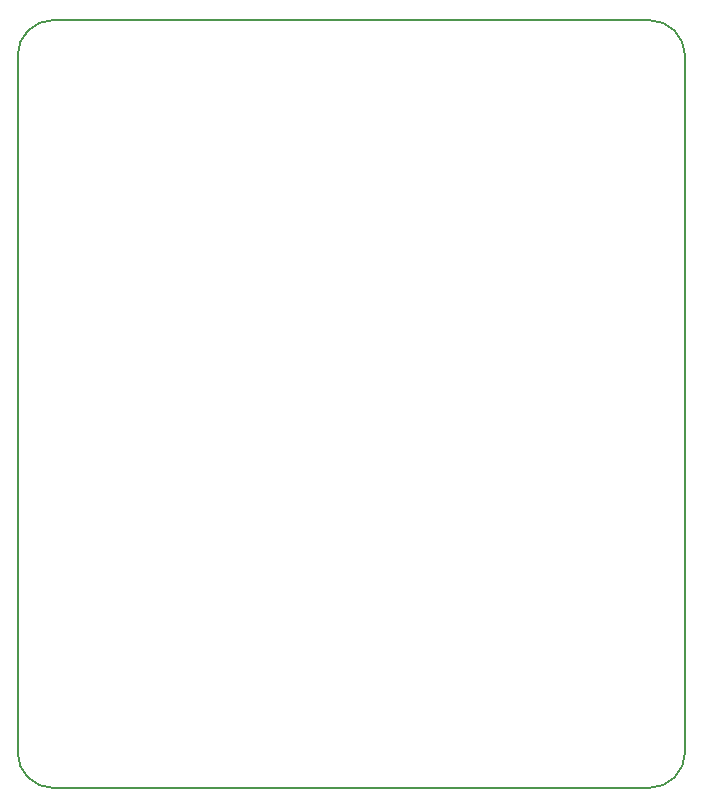
<source format=gbr>
%TF.GenerationSoftware,KiCad,Pcbnew,5.0.2-bee76a0~70~ubuntu16.04.1*%
%TF.CreationDate,2019-03-24T16:15:13-07:00*%
%TF.ProjectId,Pi_Breakout_Board,50695f42-7265-4616-9b6f-75745f426f61,rev?*%
%TF.SameCoordinates,Original*%
%TF.FileFunction,Profile,NP*%
%FSLAX46Y46*%
G04 Gerber Fmt 4.6, Leading zero omitted, Abs format (unit mm)*
G04 Created by KiCad (PCBNEW 5.0.2-bee76a0~70~ubuntu16.04.1) date Sun 24 Mar 2019 04:15:13 PM PDT*
%MOMM*%
%LPD*%
G01*
G04 APERTURE LIST*
%ADD10C,0.150000*%
G04 APERTURE END LIST*
D10*
X103500000Y-85000000D02*
X53000000Y-85000000D01*
X106500000Y-88000000D02*
X106500000Y-147000000D01*
X103500000Y-150000000D02*
X53000000Y-150000000D01*
X50000000Y-88000000D02*
X50000000Y-147000000D01*
X50000000Y-88000000D02*
G75*
G02X53000000Y-85000000I3000000J0D01*
G01*
X103500000Y-85000000D02*
G75*
G02X106500000Y-88000000I0J-3000000D01*
G01*
X106500000Y-147000000D02*
G75*
G02X103500000Y-150000000I-3000000J0D01*
G01*
X53000000Y-150000000D02*
G75*
G02X50000000Y-147000000I0J3000000D01*
G01*
M02*

</source>
